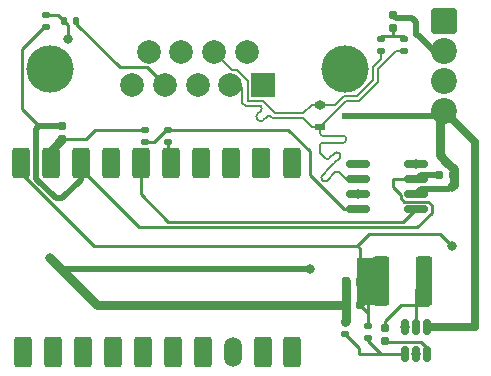
<source format=gbr>
%TF.GenerationSoftware,KiCad,Pcbnew,9.0.6*%
%TF.CreationDate,2025-11-22T18:42:50-05:00*%
%TF.ProjectId,ESP32C6-2,45535033-3243-4362-9d32-2e6b69636164,rev?*%
%TF.SameCoordinates,Original*%
%TF.FileFunction,Copper,L1,Top*%
%TF.FilePolarity,Positive*%
%FSLAX46Y46*%
G04 Gerber Fmt 4.6, Leading zero omitted, Abs format (unit mm)*
G04 Created by KiCad (PCBNEW 9.0.6) date 2025-11-22 18:42:50*
%MOMM*%
%LPD*%
G01*
G04 APERTURE LIST*
G04 Aperture macros list*
%AMRoundRect*
0 Rectangle with rounded corners*
0 $1 Rounding radius*
0 $2 $3 $4 $5 $6 $7 $8 $9 X,Y pos of 4 corners*
0 Add a 4 corners polygon primitive as box body*
4,1,4,$2,$3,$4,$5,$6,$7,$8,$9,$2,$3,0*
0 Add four circle primitives for the rounded corners*
1,1,$1+$1,$2,$3*
1,1,$1+$1,$4,$5*
1,1,$1+$1,$6,$7*
1,1,$1+$1,$8,$9*
0 Add four rect primitives between the rounded corners*
20,1,$1+$1,$2,$3,$4,$5,0*
20,1,$1+$1,$4,$5,$6,$7,0*
20,1,$1+$1,$6,$7,$8,$9,0*
20,1,$1+$1,$8,$9,$2,$3,0*%
G04 Aperture macros list end*
%TA.AperFunction,SMDPad,CuDef*%
%ADD10RoundRect,0.135000X-0.185000X0.135000X-0.185000X-0.135000X0.185000X-0.135000X0.185000X0.135000X0*%
%TD*%
%TA.AperFunction,SMDPad,CuDef*%
%ADD11RoundRect,0.155000X-0.155000X0.212500X-0.155000X-0.212500X0.155000X-0.212500X0.155000X0.212500X0*%
%TD*%
%TA.AperFunction,ComponentPad*%
%ADD12C,4.000000*%
%TD*%
%TA.AperFunction,ComponentPad*%
%ADD13R,2.000000X2.000000*%
%TD*%
%TA.AperFunction,ComponentPad*%
%ADD14C,2.000000*%
%TD*%
%TA.AperFunction,ComponentPad*%
%ADD15RoundRect,0.225000X0.525000X-1.045000X0.525000X1.045000X-0.525000X1.045000X-0.525000X-1.045000X0*%
%TD*%
%TA.AperFunction,ComponentPad*%
%ADD16RoundRect,0.150000X0.600000X-1.120000X0.600000X1.120000X-0.600000X1.120000X-0.600000X-1.120000X0*%
%TD*%
%TA.AperFunction,ComponentPad*%
%ADD17RoundRect,0.750000X0.000010X-0.520000X0.000010X0.520000X-0.000010X0.520000X-0.000010X-0.520000X0*%
%TD*%
%TA.AperFunction,SMDPad,CuDef*%
%ADD18RoundRect,0.135000X0.185000X-0.135000X0.185000X0.135000X-0.185000X0.135000X-0.185000X-0.135000X0*%
%TD*%
%TA.AperFunction,SMDPad,CuDef*%
%ADD19RoundRect,0.135000X-0.135000X-0.185000X0.135000X-0.185000X0.135000X0.185000X-0.135000X0.185000X0*%
%TD*%
%TA.AperFunction,SMDPad,CuDef*%
%ADD20R,0.901700X0.482600*%
%TD*%
%TA.AperFunction,SMDPad,CuDef*%
%ADD21RoundRect,0.155000X0.155000X-0.212500X0.155000X0.212500X-0.155000X0.212500X-0.155000X-0.212500X0*%
%TD*%
%TA.AperFunction,SMDPad,CuDef*%
%ADD22RoundRect,0.155000X0.212500X0.155000X-0.212500X0.155000X-0.212500X-0.155000X0.212500X-0.155000X0*%
%TD*%
%TA.AperFunction,SMDPad,CuDef*%
%ADD23RoundRect,0.150000X-0.150000X0.512500X-0.150000X-0.512500X0.150000X-0.512500X0.150000X0.512500X0*%
%TD*%
%TA.AperFunction,SMDPad,CuDef*%
%ADD24RoundRect,0.249999X-0.450001X-1.850001X0.450001X-1.850001X0.450001X1.850001X-0.450001X1.850001X0*%
%TD*%
%TA.AperFunction,ComponentPad*%
%ADD25RoundRect,0.249999X-0.850001X0.850001X-0.850001X-0.850001X0.850001X-0.850001X0.850001X0.850001X0*%
%TD*%
%TA.AperFunction,ComponentPad*%
%ADD26C,2.200000*%
%TD*%
%TA.AperFunction,SMDPad,CuDef*%
%ADD27RoundRect,0.150000X0.825000X0.150000X-0.825000X0.150000X-0.825000X-0.150000X0.825000X-0.150000X0*%
%TD*%
%TA.AperFunction,ViaPad*%
%ADD28C,0.800000*%
%TD*%
%TA.AperFunction,Conductor*%
%ADD29C,0.200000*%
%TD*%
%TA.AperFunction,Conductor*%
%ADD30C,0.250000*%
%TD*%
%TA.AperFunction,Conductor*%
%ADD31C,0.700000*%
%TD*%
%TA.AperFunction,Conductor*%
%ADD32C,0.750000*%
%TD*%
%TA.AperFunction,Conductor*%
%ADD33C,0.500000*%
%TD*%
G04 APERTURE END LIST*
D10*
%TO.P,R8,2*%
%TO.N,Net-(U3-FB)*%
X141000000Y-74510000D03*
%TO.P,R8,1*%
%TO.N,GND*%
X141000000Y-73490000D03*
%TD*%
D11*
%TO.P,C2,1*%
%TO.N,Net-(U3-SW)*%
X144352572Y-73968028D03*
%TO.P,C2,2*%
%TO.N,Net-(U3-CB)*%
X144352572Y-75103028D03*
%TD*%
D12*
%TO.P,J1,0*%
%TO.N,N/C*%
X141000000Y-52000000D03*
X116000000Y-52000000D03*
D13*
%TO.P,J1,1,1*%
%TO.N,unconnected-(J1-Pad1)*%
X134040000Y-53420000D03*
D14*
%TO.P,J1,2,2*%
%TO.N,/CAN -*%
X131270000Y-53420000D03*
%TO.P,J1,3,3*%
%TO.N,unconnected-(J1-Pad3)*%
X128500000Y-53420000D03*
%TO.P,J1,4,4*%
%TO.N,Net-(J1-Pad4)*%
X125730000Y-53420000D03*
%TO.P,J1,5,5*%
%TO.N,unconnected-(J1-Pad5)*%
X122960000Y-53420000D03*
%TO.P,J1,6,6*%
%TO.N,unconnected-(J1-Pad6)*%
X132655000Y-50580000D03*
%TO.P,J1,7,7*%
%TO.N,/CAN +*%
X129885000Y-50580000D03*
%TO.P,J1,8,8*%
%TO.N,unconnected-(J1-Pad8)*%
X127115000Y-50580000D03*
%TO.P,J1,9,9*%
%TO.N,unconnected-(J1-Pad9)*%
X124345000Y-50580000D03*
%TD*%
D15*
%TO.P,U1,1,5v*%
%TO.N,Net-(J2-Pin_3)*%
X113500000Y-60000000D03*
%TO.P,U1,4,GPIO20*%
%TO.N,Net-(U1-GPIO20)*%
X121120000Y-60000000D03*
%TO.P,U1,3,3v3*%
%TO.N,Net-(U1-3v3)*%
X118580000Y-60000000D03*
%TO.P,U1,5,GPIO19*%
%TO.N,Net-(U1-GPIO19)*%
X123660000Y-60000000D03*
%TO.P,U1,2,GND*%
%TO.N,GND*%
X116040000Y-60000000D03*
%TO.P,U1,6,GPIO18*%
%TO.N,Net-(U1-GPIO18)*%
X126200000Y-60000000D03*
%TO.P,U1,8,GPIO14*%
%TO.N,unconnected-(U1-GPIO14-Pad8)*%
X131280000Y-60000000D03*
%TO.P,U1,7,GPIO15*%
%TO.N,unconnected-(U1-GPIO15-Pad7)*%
X128740000Y-60000000D03*
%TO.P,U1,10,GPIO8*%
%TO.N,unconnected-(U1-GPIO8-Pad10)*%
X136500000Y-60000000D03*
D16*
%TO.P,U1,9,GPIO9*%
%TO.N,unconnected-(U1-GPIO9-Pad9)*%
X133820000Y-60000000D03*
D15*
%TO.P,U1,14,GPIO1*%
%TO.N,unconnected-(U1-GPIO1-Pad14)*%
X121300000Y-76000000D03*
%TO.P,U1,20,GPIO7*%
%TO.N,unconnected-(U1-GPIO7-Pad20)*%
X136500000Y-76000000D03*
%TO.P,U1,19,GPIO6*%
%TO.N,unconnected-(U1-GPIO6-Pad19)*%
X134000000Y-76000000D03*
D17*
%TO.P,U1,18,GPIO5*%
%TO.N,unconnected-(U1-GPIO5-Pad18)*%
X131500000Y-76000000D03*
D15*
%TO.P,U1,17,GPIO4*%
%TO.N,unconnected-(U1-GPIO4-Pad17)*%
X128920000Y-76000000D03*
%TO.P,U1,16,GPIO3*%
%TO.N,Net-(U1-GPIO3)*%
X126380000Y-76000000D03*
%TO.P,U1,15,GPIO2*%
%TO.N,unconnected-(U1-GPIO2-Pad15)*%
X123840000Y-76000000D03*
%TO.P,U1,13,GPIO0*%
%TO.N,unconnected-(U1-GPIO0-Pad13)*%
X118760000Y-76000000D03*
%TO.P,U1,12,RX*%
%TO.N,unconnected-(U1-RX-Pad12)*%
X116220000Y-76000000D03*
%TO.P,U1,11,TX*%
%TO.N,unconnected-(U1-TX-Pad11)*%
X113680000Y-76000000D03*
%TD*%
D18*
%TO.P,R7,1*%
%TO.N,Net-(U3-FB)*%
X142906730Y-74777764D03*
%TO.P,R7,2*%
%TO.N,Net-(J2-Pin_3)*%
X142906730Y-73757764D03*
%TD*%
D10*
%TO.P,R6,1*%
%TO.N,Net-(U1-GPIO3)*%
X115680000Y-47490000D03*
%TO.P,R6,2*%
%TO.N,Net-(U1-3v3)*%
X115680000Y-48510000D03*
%TD*%
D19*
%TO.P,R5,1*%
%TO.N,Net-(U1-GPIO3)*%
X117170000Y-48000000D03*
%TO.P,R5,2*%
%TO.N,Net-(J1-Pad4)*%
X118190000Y-48000000D03*
%TD*%
D18*
%TO.P,R4,1*%
%TO.N,/CAN +*%
X144000000Y-50510000D03*
%TO.P,R4,2*%
%TO.N,Net-(C1-Pad1)*%
X144000000Y-49490000D03*
%TD*%
D10*
%TO.P,R3,1*%
%TO.N,Net-(C1-Pad1)*%
X146000000Y-49490000D03*
%TO.P,R3,2*%
%TO.N,/CAN -*%
X146000000Y-50510000D03*
%TD*%
D18*
%TO.P,R2,1*%
%TO.N,Net-(U2-Rs)*%
X124000000Y-58190000D03*
%TO.P,R2,2*%
%TO.N,GND*%
X124000000Y-57170000D03*
%TD*%
D10*
%TO.P,R1,1*%
%TO.N,Net-(U2-Rs)*%
X126000000Y-57170000D03*
%TO.P,R1,2*%
%TO.N,Net-(U1-GPIO18)*%
X126000000Y-58190000D03*
%TD*%
D20*
%TO.P,CR1,1,1*%
%TO.N,/CAN +*%
X138850650Y-55049999D03*
%TO.P,CR1,2,2*%
%TO.N,/CAN -*%
X138850650Y-56950001D03*
%TO.P,CR1,3,3*%
%TO.N,GND*%
X141149350Y-56000000D03*
%TD*%
D21*
%TO.P,C4,1*%
%TO.N,GND*%
X117000000Y-58000000D03*
%TO.P,C4,2*%
%TO.N,Net-(U1-3v3)*%
X117000000Y-56865000D03*
%TD*%
D22*
%TO.P,C5,1*%
%TO.N,Net-(J2-Pin_3)*%
X142226383Y-72000000D03*
%TO.P,C5,2*%
%TO.N,GND*%
X141091383Y-72000000D03*
%TD*%
%TO.P,C3,2*%
%TO.N,GND*%
X141091383Y-70000000D03*
%TO.P,C3,1*%
%TO.N,Net-(J2-Pin_3)*%
X142226383Y-70000000D03*
%TD*%
D23*
%TO.P,U3,1,GND*%
%TO.N,GND*%
X147950000Y-73862500D03*
%TO.P,U3,2,SW*%
%TO.N,Net-(U3-SW)*%
X147000000Y-73862500D03*
%TO.P,U3,3,VIN*%
%TO.N,Net-(J2-Pin_1)*%
X146050000Y-73862500D03*
%TO.P,U3,4,FB*%
%TO.N,Net-(U3-FB)*%
X146050000Y-76137500D03*
%TO.P,U3,5,EN*%
%TO.N,Net-(J2-Pin_1)*%
X147000000Y-76137500D03*
%TO.P,U3,6,CB*%
%TO.N,Net-(U3-CB)*%
X147950000Y-76137500D03*
%TD*%
D22*
%TO.P,C6,2*%
%TO.N,Net-(U1-3v3)*%
X148957500Y-61000000D03*
%TO.P,C6,1*%
%TO.N,GND*%
X150092500Y-61000000D03*
%TD*%
D24*
%TO.P,L1,1,1*%
%TO.N,Net-(J2-Pin_3)*%
X144000000Y-70000000D03*
%TO.P,L1,2,2*%
%TO.N,Net-(U3-SW)*%
X147700000Y-70000000D03*
%TD*%
D21*
%TO.P,C1,1*%
%TO.N,Net-(C1-Pad1)*%
X145000000Y-48567500D03*
%TO.P,C1,2*%
%TO.N,GND*%
X145000000Y-47432500D03*
%TD*%
D25*
%TO.P,J2,1,Pin_1*%
%TO.N,Net-(J2-Pin_1)*%
X149367500Y-48000000D03*
D26*
%TO.P,J2,2,Pin_2*%
%TO.N,GND*%
X149367500Y-50540000D03*
%TO.P,J2,3,Pin_3*%
%TO.N,Net-(J2-Pin_3)*%
X149367500Y-53080000D03*
%TO.P,J2,4,Pin_4*%
%TO.N,GND*%
X149367500Y-55620000D03*
%TD*%
D27*
%TO.P,U2,1,D*%
%TO.N,Net-(U1-GPIO19)*%
X147000000Y-63905000D03*
%TO.P,U2,2,GND*%
%TO.N,GND*%
X147000000Y-62635000D03*
%TO.P,U2,3,VCC*%
%TO.N,Net-(U1-3v3)*%
X147000000Y-61365000D03*
%TO.P,U2,4,R*%
%TO.N,Net-(U1-GPIO20)*%
X147000000Y-60095000D03*
%TO.P,U2,5,Vref*%
%TO.N,unconnected-(U2-Vref-Pad5)*%
X142050000Y-60095000D03*
%TO.P,U2,6,CANL*%
%TO.N,/CAN -*%
X142050000Y-61365000D03*
%TO.P,U2,7,CANH*%
%TO.N,/CAN +*%
X142050000Y-62635000D03*
%TO.P,U2,8,Rs*%
%TO.N,Net-(U2-Rs)*%
X142050000Y-63905000D03*
%TD*%
D28*
%TO.N,GND*%
X116000000Y-68000000D03*
X138000000Y-69000000D03*
X150000000Y-62000000D03*
%TO.N,/CAN +*%
X142050000Y-62635000D03*
X138850650Y-55049999D03*
%TO.N,Net-(U1-GPIO20)*%
X147000000Y-60095000D03*
%TO.N,Net-(J2-Pin_1)*%
X146050000Y-73862500D03*
X147000000Y-76137500D03*
%TO.N,Net-(J2-Pin_3)*%
X150000000Y-67000000D03*
%TO.N,Net-(U1-GPIO3)*%
X117521050Y-49478950D03*
%TD*%
D29*
%TO.N,/CAN -*%
X134743263Y-56074660D02*
X134843674Y-56175071D01*
X133534112Y-56279722D02*
X133634521Y-56380131D01*
X137449373Y-56225000D02*
X138174374Y-56950001D01*
X134036157Y-56380131D02*
X134341627Y-56074660D01*
X133312612Y-55170980D02*
X133839583Y-55170980D01*
X134893603Y-56225000D02*
X137449373Y-56225000D01*
X132289020Y-53620417D02*
X132289020Y-54907388D01*
X131270000Y-53420000D02*
X132088603Y-53420000D01*
X133839583Y-55572616D02*
X133534112Y-55878086D01*
X132552612Y-55170980D02*
X133312612Y-55170980D01*
X138174374Y-56950001D02*
X138355700Y-56950001D01*
X132088603Y-53420000D02*
X132289020Y-53620417D01*
X134843674Y-56175071D02*
X134893603Y-56225000D01*
X132289020Y-54907388D02*
X132552612Y-55170980D01*
X138355700Y-56950001D02*
X138850650Y-56950001D01*
X133839583Y-55170980D02*
G75*
G02*
X133839585Y-55572618I-200783J-200820D01*
G01*
X133634521Y-56380131D02*
G75*
G03*
X134036157Y-56380131I200818J200816D01*
G01*
X133534112Y-55878086D02*
G75*
G03*
X133534116Y-56279718I200788J-200814D01*
G01*
X134341627Y-56074660D02*
G75*
G02*
X134743263Y-56074660I200818J-200816D01*
G01*
D30*
%TO.N,Net-(J2-Pin_3)*%
X142906730Y-71093270D02*
X144000000Y-70000000D01*
X142906730Y-73757764D02*
X142906730Y-71093270D01*
D31*
X142226383Y-70226383D02*
X142226383Y-70000000D01*
X143113192Y-71113192D02*
X142226383Y-72000000D01*
X143113192Y-71113192D02*
X142226383Y-70226383D01*
D30*
X142226383Y-72000000D02*
X142226383Y-70000000D01*
D31*
X144000000Y-70000000D02*
X144000000Y-70226383D01*
X144000000Y-70226383D02*
X143113192Y-71113192D01*
X142226383Y-70000000D02*
X144000000Y-70000000D01*
D30*
X142226383Y-67226383D02*
X142000000Y-67000000D01*
X142226383Y-70000000D02*
X142226383Y-67226383D01*
X142906730Y-72680347D02*
X142226383Y-72000000D01*
X142906730Y-73757764D02*
X142906730Y-72680347D01*
D32*
%TO.N,GND*%
X141091383Y-73398617D02*
X141000000Y-73490000D01*
X141091383Y-72000000D02*
X141091383Y-73398617D01*
X141091383Y-72000000D02*
X141091383Y-70000000D01*
X120000000Y-72000000D02*
X116000000Y-68000000D01*
X141091383Y-72000000D02*
X120000000Y-72000000D01*
D30*
X141000000Y-73490000D02*
X141000000Y-70845841D01*
%TO.N,Net-(U3-FB)*%
X142906730Y-75044230D02*
X142906730Y-74739710D01*
X144000000Y-76137500D02*
X146050000Y-76137500D01*
X144000000Y-76137500D02*
X142906730Y-75044230D01*
X142137500Y-75647500D02*
X142137500Y-76137500D01*
X141000000Y-74510000D02*
X142137500Y-75647500D01*
X142137500Y-76137500D02*
X144000000Y-76137500D01*
D33*
%TO.N,GND*%
X117000000Y-69000000D02*
X138000000Y-69000000D01*
X116000000Y-68000000D02*
X117000000Y-69000000D01*
D30*
%TO.N,Net-(J2-Pin_3)*%
X113500000Y-60806829D02*
X113500000Y-60500000D01*
X142000000Y-67000000D02*
X119693171Y-67000000D01*
X119693171Y-67000000D02*
X113500000Y-60806829D01*
X149000000Y-66000000D02*
X150000000Y-67000000D01*
X142000000Y-67000000D02*
X143000000Y-66000000D01*
X143000000Y-66000000D02*
X149000000Y-66000000D01*
%TO.N,Net-(U3-SW)*%
X147000000Y-70700000D02*
X147000000Y-73862500D01*
X147700000Y-70000000D02*
X147000000Y-70700000D01*
X148000000Y-70300000D02*
X147700000Y-70000000D01*
X148000000Y-72000000D02*
X148000000Y-70300000D01*
X144352572Y-73347428D02*
X145700000Y-72000000D01*
X144352572Y-73968028D02*
X144352572Y-73347428D01*
X145700000Y-72000000D02*
X148000000Y-72000000D01*
%TO.N,Net-(U3-CB)*%
X144384544Y-75135000D02*
X144352572Y-75103028D01*
X147950000Y-75643400D02*
X147441600Y-75135000D01*
X147441600Y-75135000D02*
X144384544Y-75135000D01*
X147950000Y-76137500D02*
X147950000Y-75643400D01*
D33*
%TO.N,Net-(U1-3v3)*%
X114839000Y-57115000D02*
X115089000Y-56865000D01*
X116507758Y-63000000D02*
X114839000Y-61331242D01*
X117000000Y-63000000D02*
X116507758Y-63000000D01*
X114839000Y-61331242D02*
X114839000Y-57115000D01*
X118580000Y-61420000D02*
X117000000Y-63000000D01*
X118580000Y-60500000D02*
X118580000Y-61420000D01*
D30*
%TO.N,Net-(U2-Rs)*%
X136170000Y-57170000D02*
X126000000Y-57170000D01*
X140274000Y-63274000D02*
X138000000Y-61000000D01*
X138000000Y-61000000D02*
X138000000Y-59000000D01*
X140274000Y-63300720D02*
X140274000Y-63274000D01*
X138000000Y-59000000D02*
X136170000Y-57170000D01*
X140726000Y-63726000D02*
X140699280Y-63726000D01*
X140905000Y-63905000D02*
X140726000Y-63726000D01*
X140699280Y-63726000D02*
X140274000Y-63300720D01*
X142050000Y-63905000D02*
X140905000Y-63905000D01*
%TO.N,Net-(U1-3v3)*%
X147106322Y-65451000D02*
X123531000Y-65451000D01*
X148301000Y-64256322D02*
X147106322Y-65451000D01*
X148301000Y-63553678D02*
X148301000Y-64256322D01*
X146279000Y-63279000D02*
X148026322Y-63279000D01*
X146261000Y-63261000D02*
X146279000Y-63279000D01*
X145973678Y-63261000D02*
X146261000Y-63261000D01*
X123531000Y-65451000D02*
X118580000Y-60500000D01*
X145699000Y-62699000D02*
X145699000Y-62986322D01*
X145000000Y-62000000D02*
X145699000Y-62699000D01*
X145000000Y-61365000D02*
X145000000Y-62000000D01*
X145699000Y-62986322D02*
X145973678Y-63261000D01*
X148026322Y-63279000D02*
X148301000Y-63553678D01*
X147000000Y-61365000D02*
X145000000Y-61365000D01*
D29*
%TO.N,/CAN +*%
X141365000Y-62635000D02*
X142050000Y-62635000D01*
D30*
%TO.N,Net-(U1-3v3)*%
X115490000Y-48510000D02*
X115680000Y-48510000D01*
X113655300Y-50344700D02*
X115490000Y-48510000D01*
X113655300Y-55431300D02*
X113655300Y-50344700D01*
X115089000Y-56865000D02*
X113655300Y-55431300D01*
%TO.N,Net-(J1-Pad4)*%
X124216700Y-51906700D02*
X125730000Y-53420000D01*
X118190000Y-48190000D02*
X121906700Y-51906700D01*
X118190000Y-48000000D02*
X118190000Y-48190000D01*
X121906700Y-51906700D02*
X124216700Y-51906700D01*
%TO.N,Net-(U1-GPIO3)*%
X116660000Y-47490000D02*
X117170000Y-48000000D01*
X115680000Y-47490000D02*
X116660000Y-47490000D01*
X117521050Y-48351050D02*
X117170000Y-48000000D01*
X117521050Y-49478950D02*
X117521050Y-48351050D01*
%TO.N,GND*%
X119830000Y-57170000D02*
X124000000Y-57170000D01*
X119000000Y-58000000D02*
X119830000Y-57170000D01*
X117000000Y-58000000D02*
X119000000Y-58000000D01*
%TO.N,Net-(U1-GPIO18)*%
X126000000Y-60300000D02*
X126200000Y-60500000D01*
X126000000Y-58190000D02*
X126000000Y-60300000D01*
%TO.N,Net-(U2-Rs)*%
X125830000Y-57170000D02*
X126000000Y-57170000D01*
X124810000Y-58190000D02*
X125830000Y-57170000D01*
X124000000Y-58190000D02*
X124810000Y-58190000D01*
D29*
%TO.N,/CAN +*%
X144000000Y-51164254D02*
X144000000Y-50510000D01*
X143301000Y-51863254D02*
X144000000Y-51164254D01*
%TO.N,/CAN -*%
X145290651Y-50510000D02*
X146000000Y-50510000D01*
X143750980Y-52049671D02*
X145290651Y-50510000D01*
X141049671Y-54750980D02*
X142139494Y-54750980D01*
X142139494Y-54750980D02*
X143750980Y-53139494D01*
X138850650Y-56950001D02*
X141049671Y-54750980D01*
X143750980Y-53139494D02*
X143750980Y-52049671D01*
%TO.N,/CAN +*%
X143301000Y-52953106D02*
X143301000Y-51863254D01*
X140863254Y-54301000D02*
X141953106Y-54301000D01*
X140114255Y-55049999D02*
X140863254Y-54301000D01*
X141953106Y-54301000D02*
X143301000Y-52953106D01*
X138850650Y-55049999D02*
X140114255Y-55049999D01*
D32*
%TO.N,GND*%
X116040000Y-58960000D02*
X116040000Y-60500000D01*
X117000000Y-58000000D02*
X116040000Y-58960000D01*
D29*
%TO.N,/CAN -*%
X140158794Y-60788204D02*
G75*
G02*
X140498205Y-60788203I169706J-169707D01*
G01*
X140820650Y-57682508D02*
G75*
G02*
X141060692Y-57922508I50J-239992D01*
G01*
X141060650Y-58042508D02*
G75*
G02*
X140820650Y-58282450I-239950J8D01*
G01*
X138850650Y-57442508D02*
G75*
G03*
X139090650Y-57682450I239950J8D01*
G01*
X139310269Y-59600268D02*
G75*
G03*
X139649706Y-59600294I169731J169668D01*
G01*
X139090650Y-58282508D02*
G75*
G03*
X138850608Y-58522508I-50J-239992D01*
G01*
X139126418Y-61481169D02*
G75*
G03*
X139465830Y-61481169I169706J169704D01*
G01*
X140519421Y-59239643D02*
G75*
G02*
X140519372Y-59579006I-169721J-169657D01*
G01*
X140095157Y-59154790D02*
G75*
G02*
X140434606Y-59154753I169743J-169710D01*
G01*
X139041566Y-61056906D02*
G75*
G03*
X139041577Y-61396306I169734J-169694D01*
G01*
X140073942Y-60024531D02*
X139734531Y-60363941D01*
X141075001Y-61365000D02*
X141788880Y-61365000D01*
X140583059Y-60873058D02*
X141075001Y-61365000D01*
X139465830Y-61481169D02*
X140158794Y-60788204D01*
X138850650Y-58642508D02*
X138850650Y-59140649D01*
X141060650Y-57922508D02*
X141060650Y-58042508D01*
X141788880Y-61365000D02*
X142050000Y-61365000D01*
X139734531Y-60363941D02*
X139041566Y-61056906D01*
X139041566Y-61396317D02*
X139126418Y-61481169D01*
X140434569Y-59154791D02*
X140519421Y-59239643D01*
X138850650Y-59140649D02*
X139310269Y-59600268D01*
X140498205Y-60788204D02*
X140583059Y-60873058D01*
X139649681Y-59600269D02*
X140095157Y-59154790D01*
X138850650Y-56950001D02*
X138850650Y-57442508D01*
X140519421Y-59579055D02*
X140073942Y-60024531D01*
X138850650Y-58522508D02*
X138850650Y-58642508D01*
X140820650Y-58282508D02*
X139090650Y-58282508D01*
X139090650Y-57682508D02*
X140820650Y-57682508D01*
D33*
%TO.N,GND*%
X148540000Y-50540000D02*
X149367500Y-50540000D01*
X147165396Y-49165396D02*
X148540000Y-50540000D01*
X147000000Y-48043125D02*
X147000000Y-49165396D01*
X145289400Y-47721900D02*
X146678775Y-47721900D01*
X145000000Y-47432500D02*
X145289400Y-47721900D01*
X146678775Y-47721900D02*
X147000000Y-48043125D01*
X147000000Y-49165396D02*
X147165396Y-49165396D01*
X149367500Y-50410625D02*
X149367500Y-50540000D01*
%TO.N,Net-(U1-3v3)*%
X147365000Y-61000000D02*
X147000000Y-61365000D01*
X148957500Y-61000000D02*
X147365000Y-61000000D01*
D30*
X115028700Y-56804700D02*
X115089000Y-56865000D01*
D33*
X115089000Y-56865000D02*
X117000000Y-56865000D01*
D29*
%TO.N,/CAN -*%
X138850650Y-56950001D02*
X139000000Y-57099351D01*
%TO.N,/CAN +*%
X142050000Y-62635000D02*
X142002841Y-62635000D01*
X135080000Y-55775000D02*
X137449373Y-55775000D01*
X137449373Y-55775000D02*
X138174374Y-55049999D01*
X132739000Y-53049108D02*
X132739000Y-54721000D01*
X129885000Y-50580000D02*
X131424000Y-52119000D01*
X131424000Y-52119000D02*
X131808892Y-52119000D01*
X132739000Y-54721000D02*
X134026000Y-54721000D01*
X131808892Y-52119000D02*
X132739000Y-53049108D01*
X138174374Y-55049999D02*
X138850650Y-55049999D01*
X134026000Y-54721000D02*
X135080000Y-55775000D01*
D30*
%TO.N,Net-(U1-GPIO19)*%
X123660000Y-62660000D02*
X123660000Y-60500000D01*
X126000000Y-65000000D02*
X123660000Y-62660000D01*
X147000000Y-63905000D02*
X145905000Y-65000000D01*
X145905000Y-65000000D02*
X126000000Y-65000000D01*
D33*
%TO.N,GND*%
X147400600Y-62234400D02*
X147000000Y-62635000D01*
X149765600Y-62234400D02*
X147400600Y-62234400D01*
D32*
X150177200Y-60522200D02*
X150177200Y-61822800D01*
D33*
X150177200Y-61822800D02*
X149765600Y-62234400D01*
D32*
X149525000Y-59870000D02*
X150177200Y-60522200D01*
D33*
X148987500Y-56000000D02*
X149367500Y-55620000D01*
X141149400Y-56000000D02*
X148987500Y-56000000D01*
D32*
X148987500Y-59332500D02*
X149525000Y-59870000D01*
X148987500Y-56000000D02*
X148987500Y-59332500D01*
D31*
X152000000Y-58252500D02*
X149367500Y-55620000D01*
X152000000Y-73862500D02*
X152000000Y-58252500D01*
X147950000Y-73862500D02*
X152000000Y-73862500D01*
D30*
%TO.N,Net-(C1-Pad1)*%
X144000000Y-49242500D02*
X145000000Y-49242500D01*
X146000000Y-49242500D02*
X145000000Y-49242500D01*
X145000000Y-49242500D02*
X145000000Y-48567500D01*
%TD*%
%TA.AperFunction,Conductor*%
%TO.N,Net-(J2-Pin_3)*%
G36*
X143943039Y-68019685D02*
G01*
X143988794Y-68072489D01*
X144000000Y-68124000D01*
X144000000Y-71876000D01*
X143980315Y-71943039D01*
X143927511Y-71988794D01*
X143876000Y-72000000D01*
X142124000Y-72000000D01*
X142056961Y-71980315D01*
X142011206Y-71927511D01*
X142000000Y-71876000D01*
X142000000Y-68124000D01*
X142019685Y-68056961D01*
X142072489Y-68011206D01*
X142124000Y-68000000D01*
X143876000Y-68000000D01*
X143943039Y-68019685D01*
G37*
%TD.AperFunction*%
%TD*%
M02*

</source>
